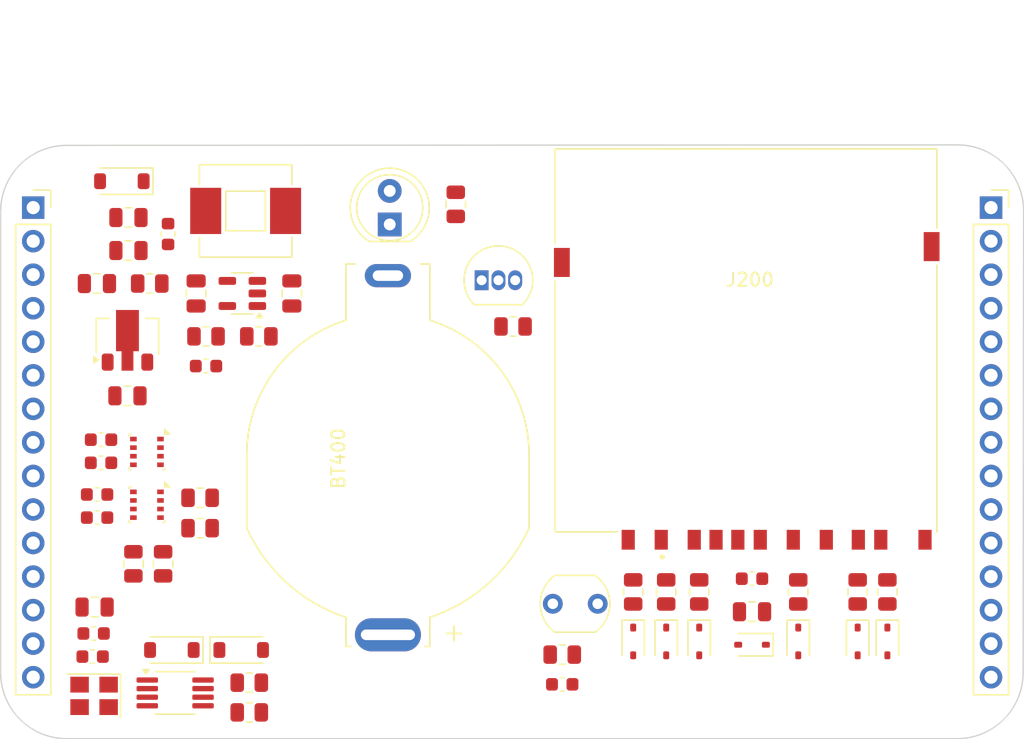
<source format=kicad_pcb>
(kicad_pcb (version 20240108) (generator "pcbnew") (generator_version "8.0")
  (layers (0 "F.Cu" signal) (31 "B.Cu" signal) (34 "B.Paste" user) (35 "F.Paste" user) (36 "B.SilkS" user "B.Silkscreen") (37 "F.SilkS" user "F.Silkscreen") (38 "B.Mask" user) (39 "F.Mask" user) (44 "Edge.Cuts" user))
  (net 0 "")
  (net 1 "GND")
  (net 2 "/[4]RTC/OSCI")
  (net 3 "+3.3V")
  (net 4 "VIN")
  (net 5 "+5V")
  (net 6 "/[1]Power/BUCK_FB")
  (net 7 "LDR")
  (net 8 "/[4]RTC/PCF_VDD")
  (net 9 "/[4]RTC/VBAT")
  (net 10 "/[1]Power/+5V_FILT")
  (net 11 "+3.3VA")
  (net 12 "SD_CARD_DAT0{slash}MISO")
  (net 13 "SD_CARD_DAT1")
  (net 14 "/[1]Power/LED_PWR_K")
  (net 15 "I2C_SDA")
  (net 16 "I2C_SCL")
  (net 17 "PCF8563_INT")
  (net 18 "/[4]RTC/OSCO")
  (net 19 "/[1]Power/BUCK_SW")
  (net 20 "SD_CARD_DAT2")
  (net 21 "SD_CARD_CS{slash}DAT3")
  (net 22 "SD_CARD_CMD{slash}MOSI")
  (net 23 "SD_CARD_CLK{slash}SCK")
  (net 24 "DS18B20")
  (net 25 "BME280_SCB")
  (net 26 "BME280_SDI")
  (net 27 "BME280_SDO")
  (net 28 "BME280_SCK")
  (net 29 "SD_CARD_CD")
  (net 30 "SD_CARD_WP")
  (net 31 "Net-(U300-SDO)")
  (footprint "Diode_SMD:D_SOD-323" (layer "F.Cu") (at 132.935534 82.601966 -90)
    (property "Reference" "D201" (hide yes))
    (property "Value" "PESD3V3L1BA,115" (hide yes))
    (pad "1" smd roundrect (at -1.05 0 270) (size 0.6 0.45) (layers "F.Cu" "F.Paste" "F.Mask") (net 23 "SD_CARD_CLK{slash}SCK"))
    (pad "2" smd roundrect (at 1.05 0 270) (size 0.6 0.45) (layers "F.Cu" "F.Paste" "F.Mask") (net 1 "GND"))
  )
  (footprint "Diode_SMD:D_SOD-123" (layer "F.Cu") (at 81.7125 47.75 180)
    (property "Reference" "D100" (hide yes))
    (property "Value" "1N4148" (hide yes))
    (pad "1" smd roundrect (at -1.65 0 180) (size 0.9 1.2) (layers "F.Cu" "F.Paste" "F.Mask") (net 4 "VIN"))
    (pad "2" smd roundrect (at 1.65 0 180) (size 0.9 1.2) (layers "F.Cu" "F.Paste" "F.Mask") (net 1 "GND"))
  )
  (footprint "Resistor_SMD:R_0805_2012Metric" (layer "F.Cu") (at 111.3375 58.75 180)
    (property "Reference" "R301" (hide yes))
    (property "Value" "4k7R" (hide yes))
    (pad "1" smd roundrect (at -0.9125 0 180) (size 1.025 1.4) (layers "F.Cu" "F.Paste" "F.Mask") (roundrect_rratio 0.243902) (net 11 "+3.3VA"))
    (pad "2" smd roundrect (at 0.9125 0 180) (size 1.025 1.4) (layers "F.Cu" "F.Paste" "F.Mask") (roundrect_rratio 0.243902) (net 24 "DS18B20"))
  )
  (footprint "Package_LGA:Bosch_LGA-8_2.5x2.5mm_P0.65mm_ClockwisePinNumbering" (layer "F.Cu") (at 83.6125 72.25 -90)
    (property "Reference" "U300" (hide yes))
    (property "Value" "BME280" (hide yes))
    (pad "1" smd rect (at -0.975 -1.025) (size 0.5 0.35) (layers "F.Cu" "F.Paste" "F.Mask") (net 1 "GND"))
    (pad "2" smd rect (at -0.325 -1.025) (size 0.5 0.35) (layers "F.Cu" "F.Paste" "F.Mask") (net 3 "+3.3V"))
    (pad "3" smd rect (at 0.325 -1.025) (size 0.5 0.35) (layers "F.Cu" "F.Paste" "F.Mask") (net 15 "I2C_SDA"))
    (pad "4" smd rect (at 0.975 -1.025) (size 0.5 0.35) (layers "F.Cu" "F.Paste" "F.Mask") (net 16 "I2C_SCL"))
    (pad "5" smd rect (at 0.975 1.025) (size 0.5 0.35) (layers "F.Cu" "F.Paste" "F.Mask") (net 31 "Net-(U300-SDO)"))
    (pad "6" smd rect (at 0.325 1.025) (size 0.5 0.35) (layers "F.Cu" "F.Paste" "F.Mask") (net 3 "+3.3V"))
    (pad "7" smd rect (at -0.325 1.025) (size 0.5 0.35) (layers "F.Cu" "F.Paste" "F.Mask") (net 1 "GND"))
    (pad "8" smd rect (at -0.975 1.025) (size 0.5 0.35) (layers "F.Cu" "F.Paste" "F.Mask") (net 11 "+3.3VA"))
  )
  (footprint "Diode_SMD:D_SOD-323" (layer "F.Cu") (at 129.435534 82.851966 180)
    (property "Reference" "D200" (hide yes))
    (property "Value" "PESD3V3L1BA,115" (hide yes))
    (pad "1" smd roundrect (at -1.05 0 180) (size 0.6 0.45) (layers "F.Cu" "F.Paste" "F.Mask") (net 3 "+3.3V"))
    (pad "2" smd roundrect (at 1.05 0 180) (size 0.6 0.45) (layers "F.Cu" "F.Paste" "F.Mask") (net 1 "GND"))
  )
  (footprint "Resistor_SMD:R_0805_2012Metric" (layer "F.Cu") (at 132.935534 78.851966 90)
    (property "Reference" "R200" (hide yes))
    (property "Value" "10kR" (hide yes))
    (pad "1" smd roundrect (at -0.9125 0 90) (size 1.025 1.4) (layers "F.Cu" "F.Paste" "F.Mask") (roundrect_rratio 0.243902) (net 3 "+3.3V"))
    (pad "2" smd roundrect (at 0.9125 0 90) (size 1.025 1.4) (layers "F.Cu" "F.Paste" "F.Mask") (roundrect_rratio 0.243902) (net 23 "SD_CARD_CLK{slash}SCK"))
  )
  (footprint "Resistor_SMD:R_0805_2012Metric" (layer "F.Cu") (at 139.685534 78.851966 90)
    (property "Reference" "R203" (hide yes))
    (property "Value" "10kR" (hide yes))
    (pad "1" smd roundrect (at -0.9125 0 90) (size 1.025 1.4) (layers "F.Cu" "F.Paste" "F.Mask") (roundrect_rratio 0.243902) (net 3 "+3.3V"))
    (pad "2" smd roundrect (at 0.9125 0 90) (size 1.025 1.4) (layers "F.Cu" "F.Paste" "F.Mask") (roundrect_rratio 0.243902) (net 13 "SD_CARD_DAT1"))
  )
  (footprint "Capacitor_SMD:C_0603_1608Metric" (layer "F.Cu") (at 80.1375 67.325 180)
    (property "Reference" "C304" (hide yes))
    (property "Value" "100nF" (hide yes))
    (pad "1" smd roundrect (at -0.775 0 180) (size 0.9 0.95) (layers "F.Cu" "F.Paste" "F.Mask") (net 11 "+3.3VA"))
    (pad "2" smd roundrect (at 0.775 0 180) (size 0.9 0.95) (layers "F.Cu" "F.Paste" "F.Mask") (net 1 "GND"))
  )
  (footprint "Resistor_SMD:R_0805_2012Metric" (layer "F.Cu") (at 87.6375 74.025 180)
    (property "Reference" "R303" (hide yes))
    (property "Value" "4k7R" (hide yes))
    (pad "1" smd roundrect (at -0.9125 0 180) (size 1.025 1.4) (layers "F.Cu" "F.Paste" "F.Mask") (roundrect_rratio 0.243902) (net 3 "+3.3V"))
    (pad "2" smd roundrect (at 0.9125 0 180) (size 1.025 1.4) (layers "F.Cu" "F.Paste" "F.Mask") (roundrect_rratio 0.243902) (net 16 "I2C_SCL"))
  )
  (footprint "Resistor_SMD:R_0805_2012Metric" (layer "F.Cu") (at 87.6375 71.725 180)
    (property "Reference" "R302" (hide yes))
    (property "Value" "4k7R" (hide yes))
    (pad "1" smd roundrect (at -0.9125 0 180) (size 1.025 1.4) (layers "F.Cu" "F.Paste" "F.Mask") (roundrect_rratio 0.243902) (net 3 "+3.3V"))
    (pad "2" smd roundrect (at 0.9125 0 180) (size 1.025 1.4) (layers "F.Cu" "F.Paste" "F.Mask") (roundrect_rratio 0.243902) (net 15 "I2C_SDA"))
  )
  (footprint "Capacitor_SMD:C_0805_2012Metric" (layer "F.Cu") (at 129.435534 80.351966 180)
    (property "Reference" "C200" (hide yes))
    (property "Value" "10uF" (hide yes))
    (pad "1" smd roundrect (at -0.95 0 180) (size 1 1.45) (layers "F.Cu" "F.Paste" "F.Mask") (net 3 "+3.3V"))
    (pad "2" smd roundrect (at 0.95 0 180) (size 1 1.45) (layers "F.Cu" "F.Paste" "F.Mask") (net 1 "GND"))
  )
  (footprint "Capacitor_SMD:C_0805_2012Metric" (layer "F.Cu") (at 79.65 80 180)
    (property "Reference" "C400" (hide yes))
    (property "Value" "10uF" (hide yes))
    (pad "1" smd roundrect (at -0.95 0 180) (size 1 1.45) (layers "F.Cu" "F.Paste" "F.Mask") (net 3 "+3.3V"))
    (pad "2" smd roundrect (at 0.95 0 180) (size 1 1.45) (layers "F.Cu" "F.Paste" "F.Mask") (net 1 "GND"))
  )
  (footprint "Capacitor_SMD:C_0603_1608Metric" (layer "F.Cu") (at 79.5 83.75 180)
    (property "Reference" "C402" (hide yes))
    (property "Value" "15pF" (hide yes))
    (pad "1" smd roundrect (at -0.775 0 180) (size 0.9 0.95) (layers "F.Cu" "F.Paste" "F.Mask") (net 2 "/[4]RTC/OSCI"))
    (pad "2" smd roundrect (at 0.775 0 180) (size 0.9 0.95) (layers "F.Cu" "F.Paste" "F.Mask") (net 1 "GND"))
  )
  (footprint "Diode_SMD:D_SOD-323" (layer "F.Cu") (at 120.435534 82.601966 -90)
    (property "Reference" "D205" (hide yes))
    (property "Value" "PESD3V3L1BA,115" (hide yes))
    (pad "1" smd roundrect (at -1.05 0 270) (size 0.6 0.45) (layers "F.Cu" "F.Paste" "F.Mask") (net 20 "SD_CARD_DAT2"))
    (pad "2" smd roundrect (at 1.05 0 270) (size 0.6 0.45) (layers "F.Cu" "F.Paste" "F.Mask") (net 1 "GND"))
  )
  (footprint "Connector_PinSocket_2.54mm:PinSocket_1x15_P2.54mm_Vertical" (layer "F.Cu") (at 147.535534 49.75)
    (property "Reference" "J2" (hide yes))
    (property "Value" "Conn_01x15" (hide yes))
    (pad "1" thru_hole rect (at 0 0) (size 1.7 1.7) (drill 1) (layers "*.Cu" "*.Mask") (net 1 "GND"))
    (pad "2" thru_hole oval (at 0 2.54) (size 1.7 1.7) (drill 1) (layers "*.Cu" "*.Mask") (net 4 "VIN"))
    (pad "3" thru_hole oval (at 0 5.08) (size 1.7 1.7) (drill 1) (layers "*.Cu" "*.Mask") (net 3 "+3.3V"))
    (pad "4" thru_hole oval (at 0 7.62) (size 1.7 1.7) (drill 1) (layers "*.Cu" "*.Mask") (net 11 "+3.3VA"))
    (pad "5" thru_hole oval (at 0 10.16) (size 1.7 1.7) (drill 1) (layers "*.Cu" "*.Mask") (net 23 "SD_CARD_CLK{slash}SCK"))
    (pad "6" thru_hole oval (at 0 12.7) (size 1.7 1.7) (drill 1) (layers "*.Cu" "*.Mask") (net 22 "SD_CARD_CMD{slash}MOSI"))
    (pad "7" thru_hole oval (at 0 15.24) (size 1.7 1.7) (drill 1) (layers "*.Cu" "*.Mask") (net 1 "GND"))
    (pad "8" thru_hole oval (at 0 17.78) (size 1.7 1.7) (drill 1) (layers "*.Cu" "*.Mask") (net 12 "SD_CARD_DAT0{slash}MISO"))
    (pad "9" thru_hole oval (at 0 20.32) (size 1.7 1.7) (drill 1) (layers "*.Cu" "*.Mask") (net 13 "SD_CARD_DAT1"))
    (pad "10" thru_hole oval (at 0 22.86) (size 1.7 1.7) (drill 1) (layers "*.Cu" "*.Mask") (net 20 "SD_CARD_DAT2"))
    (pad "11" thru_hole oval (at 0 25.4) (size 1.7 1.7) (drill 1) (layers "*.Cu" "*.Mask") (net 21 "SD_CARD_CS{slash}DAT3"))
    (pad "12" thru_hole oval (at 0 27.94) (size 1.7 1.7) (drill 1) (layers "*.Cu" "*.Mask") (net 1 "GND"))
    (pad "13" thru_hole oval (at 0 30.48) (size 1.7 1.7) (drill 1) (layers "*.Cu" "*.Mask") (net 30 "SD_CARD_WP"))
    (pad "14" thru_hole oval (at 0 33.02) (size 1.7 1.7) (drill 1) (layers "*.Cu" "*.Mask") (net 29 "SD_CARD_CD"))
    (pad "15" thru_hole oval (at 0 35.56) (size 1.7 1.7) (drill 1) (layers "*.Cu" "*.Mask") (net 1 "GND"))
  )
  (footprint "OptoDevice:R_LDR_5.1x4.3mm_P3.4mm_Vertical" (layer "F.Cu") (at 114.35 79.75)
    (property "Reference" "RLO300" (hide yes))
    (property "Value" "LDR" (hide yes))
    (pad "1" thru_hole circle (at 0 0) (size 1.5 1.5) (drill 0.8) (layers "*.Cu" "*.Mask") (net 7 "LDR"))
    (pad "2" thru_hole circle (at 3.4 0) (size 1.5 1.5) (drill 0.8) (layers "*.Cu" "*.Mask") (net 11 "+3.3VA"))
  )
  (footprint "Diode_SMD:D_SOD-123" (layer "F.Cu") (at 85.5 83.25 180)
    (property "Reference" "D401" (hide yes))
    (property "Value" "1N4148" (hide yes))
    (pad "1" smd roundrect (at -1.65 0 180) (size 0.9 1.2) (layers "F.Cu" "F.Paste" "F.Mask") (net 8 "/[4]RTC/PCF_VDD"))
    (pad "2" smd roundrect (at 1.65 0 180) (size 0.9 1.2) (layers "F.Cu" "F.Paste" "F.Mask") (net 3 "+3.3V"))
  )
  (footprint "Capacitor_SMD:C_0603_1608Metric" (layer "F.Cu") (at 129.435534 77.851966 180)
    (property "Reference" "C201" (hide yes))
    (property "Value" "100nF" (hide yes))
    (pad "1" smd roundrect (at -0.775 0 180) (size 0.9 0.95) (layers "F.Cu" "F.Paste" "F.Mask") (net 3 "+3.3V"))
    (pad "2" smd roundrect (at 0.775 0 180) (size 0.9 0.95) (layers "F.Cu" "F.Paste" "F.Mask") (net 1 "GND"))
  )
  (footprint "Capacitor_SMD:C_0805_2012Metric" (layer "F.Cu") (at 82.2125 50.5 180)
    (property "Reference" "C100" (hide yes))
    (property "Value" "1uF" (hide yes))
    (pad "1" smd roundrect (at -0.95 0 180) (size 1 1.45) (layers "F.Cu" "F.Paste" "F.Mask") (net 4 "VIN"))
    (pad "2" smd roundrect (at 0.95 0 180) (size 1 1.45) (layers "F.Cu" "F.Paste" "F.Mask") (net 1 "GND"))
  )
  (footprint "data_logging_module:AMPHENOL_10067847-001RLF" (layer "F.Cu") (at 129.435534 50.601966 180)
    (property "Reference" "J200" (at 0.15 -4.6125 360) (layer "F.SilkS"))
    (property "Value" "10067847-001RLF")
    (pad "" np_thru_hole circle (at -12.1 0 180) (size 1.5 1.5) (drill 1.5) (layers "*.Cu" "*.Mask"))
    (pad "" np_thru_hole circle (at 12.1 0 180) (size 1.5 1.5) (drill 1.5) (layers "*.Cu" "*.Mask"))
    (pad "1" smd rect (at 6.875 -24.3 180) (size 1 1.5) (layers "F.Cu" "F.Paste" "F.Mask") (net 21 "SD_CARD_CS{slash}DAT3"))
    (pad "2" smd rect (at 4.375 -24.3 180) (size 1 1.5) (layers "F.Cu" "F.Paste" "F.Mask") (net 22 "SD_CARD_CMD{slash}MOSI"))
    (pad "3" smd rect (at 1.075 -24.3 180) (size 1 1.5) (layers "F.Cu" "F.Paste" "F.Mask") (net 1 "GND"))
    (pad "4" smd rect (at -0.625 -24.3 180) (size 1 1.5) (layers "F.Cu" "F.Paste" "F.Mask") (net 3 "+3.3V"))
    (pad "5" smd rect (at -3.125 -24.3 180) (size 1 1.5) (layers "F.Cu" "F.Paste" "F.Mask") (net 23 "SD_CARD_CLK{slash}SCK"))
    (pad "6" smd rect (at -5.625 -24.3 180) (size 1 1.5) (layers "F.Cu" "F.Paste" "F.Mask") (net 1 "GND"))
    (pad "7" smd rect (at -8.05 -24.3 180) (size 1 1.5) (layers "F.Cu" "F.Paste" "F.Mask") (net 12 "SD_CARD_DAT0{slash}MISO"))
    (pad "8" smd rect (at -9.75 -24.3 180) (size 1 1.5) (layers "F.Cu" "F.Paste" "F.Mask") (net 13 "SD_CARD_DAT1"))
    (pad "9" smd rect (at 9.375 -24.3 180) (size 1 1.5) (layers "F.Cu" "F.Paste" "F.Mask") (net 20 "SD_CARD_DAT2"))
    (pad "CD" smd rect (at 2.725 -24.3 180) (size 1 1.5) (layers "F.Cu" "F.Paste" "F.Mask") (net 29 "SD_CARD_CD"))
    (pad "G1" smd rect (at -13.6 -2.1 180) (size 1.2 2.2) (layers "F.Cu" "F.Paste" "F.Mask") (net 1 "GND"))
    (pad "G2" smd rect (at 14.4 -3.3 180) (size 1.2 2.2) (layers "F.Cu" "F.Paste" "F.Mask") (net 1 "GND"))
    (pad "WP" smd rect (at -13.1 -24.3 180) (size 1 1.5) (layers "F.Cu" "F.Paste" "F.Mask") (net 30 "SD_CARD_WP"))
  )
  (footprint "Resistor_SMD:R_0805_2012Metric" (layer "F.Cu") (at 92.0875 59.5 180)
    (property "Reference" "R105" (hide yes))
    (property "Value" "22kR" (hide yes))
    (pad "1" smd roundrect (at -0.9125 0 180) (size 1.025 1.4) (layers "F.Cu" "F.Paste" "F.Mask") (roundrect_rratio 0.243902) (net 1 "GND"))
    (pad "2" smd roundrect (at 0.9125 0 180) (size 1.025 1.4) (layers "F.Cu" "F.Paste" "F.Mask") (roundrect_rratio 0.243902) (net 6 "/[1]Power/BUCK_FB"))
  )
  (footprint "Resistor_SMD:R_0805_2012Metric" (layer "F.Cu") (at 120.435534 78.851966 90)
    (property "Reference" "R204" (hide yes))
    (property "Value" "10kR" (hide yes))
    (pad "1" smd roundrect (at -0.9125 0 90) (size 1.025 1.4) (layers "F.Cu" "F.Paste" "F.Mask") (roundrect_rratio 0.243902) (net 3 "+3.3V"))
    (pad "2" smd roundrect (at 0.9125 0 90) (size 1.025 1.4) (layers "F.Cu" "F.Paste" "F.Mask") (roundrect_rratio 0.243902) (net 20 "SD_CARD_DAT2"))
  )
  (footprint "Diode_SMD:D_SOD-323" (layer "F.Cu") (at 125.435534 82.601966 -90)
    (property "Reference" "D202" (hide yes))
    (property "Value" "PESD3V3L1BA,115" (hide yes))
    (pad "1" smd roundrect (at -1.05 0 270) (size 0.6 0.45) (layers "F.Cu" "F.Paste" "F.Mask") (net 22 "SD_CARD_CMD{slash}MOSI"))
    (pad "2" smd roundrect (at 1.05 0 270) (size 0.6 0.45) (layers "F.Cu" "F.Paste" "F.Mask") (net 1 "GND"))
  )
  (footprint "Capacitor_SMD:C_0805_2012Metric" (layer "F.Cu") (at 82.2125 53 180)
    (property "Reference" "C101" (hide yes))
    (property "Value" "1uF" (hide yes))
    (pad "1" smd roundrect (at -0.95 0 180) (size 1 1.45) (layers "F.Cu" "F.Paste" "F.Mask") (net 5 "+5V"))
    (pad "2" smd roundrect (at 0.95 0 180) (size 1 1.45) (layers "F.Cu" "F.Paste" "F.Mask") (net 1 "GND"))
  )
  (footprint "Capacitor_SMD:C_0603_1608Metric" (layer "F.Cu") (at 79.575 82 180)
    (property "Reference" "C401" (hide yes))
    (property "Value" "100nF" (hide yes))
    (pad "1" smd roundrect (at -0.775 0 180) (size 0.9 0.95) (layers "F.Cu" "F.Paste" "F.Mask") (net 3 "+3.3V"))
    (pad "2" smd roundrect (at 0.775 0 180) (size 0.9 0.95) (layers "F.Cu" "F.Paste" "F.Mask") (net 1 "GND"))
  )
  (footprint "Resistor_SMD:R_0805_2012Metric" (layer "F.Cu") (at 107 49.5 -90)
    (property "Reference" "R106" (hide yes))
    (property "Value" "500R" (hide yes))
    (pad "1" smd roundrect (at -0.9125 0 270) (size 1.025 1.4) (layers "F.Cu" "F.Paste" "F.Mask") (roundrect_rratio 0.243902) (net 1 "GND"))
    (pad "2" smd roundrect (at 0.9125 0 270) (size 1.025 1.4) (layers "F.Cu" "F.Paste" "F.Mask") (roundrect_rratio 0.243902) (net 14 "/[1]Power/LED_PWR_K"))
  )
  (footprint "Diode_SMD:D_SOD-323" (layer "F.Cu") (at 137.435534 82.601966 -90)
    (property "Reference" "D203" (hide yes))
    (property "Value" "PESD3V3L1BA,115" (hide yes))
    (pad "1" smd roundrect (at -1.05 0 270) (size 0.6 0.45) (layers "F.Cu" "F.Paste" "F.Mask") (net 12 "SD_CARD_DAT0{slash}MISO"))
    (pad "2" smd roundrect (at 1.05 0 270) (size 0.6 0.45) (layers "F.Cu" "F.Paste" "F.Mask") (net 1 "GND"))
  )
  (footprint "Diode_SMD:D_SOD-323" (layer "F.Cu") (at 122.935534 82.601966 -90)
    (property "Reference" "D206" (hide yes))
    (property "Value" "PESD3V3L1BA,115" (hide yes))
    (pad "1" smd roundrect (at -1.05 0 270) (size 0.6 0.45) (layers "F.Cu" "F.Paste" "F.Mask") (net 21 "SD_CARD_CS{slash}DAT3"))
    (pad "2" smd roundrect (at 1.05 0 270) (size 0.6 0.45) (layers "F.Cu" "F.Paste" "F.Mask") (net 1 "GND"))
  )
  (footprint "data_logging_module:MWSA0603S" (layer "F.Cu") (at 91.0875 50)
    (property "Reference" "L101" (hide yes))
    (property "Value" "15uH" (hide yes))
    (pad "1" smd rect (at -3.025 0) (size 2.35 3.5) (layers "F.Cu" "F.Paste" "F.Mask") (net 19 "/[1]Power/BUCK_SW"))
    (pad "2" smd rect (at 3.025 0) (size 2.35 3.5) (layers "F.Cu" "F.Paste" "F.Mask") (net 3 "+3.3V"))
  )
  (footprint "Inductor_SMD:L_0603_1608Metric" (layer "F.Cu") (at 85.2125 51.75 -90)
    (property "Reference" "L100" (hide yes))
    (property "Value" "10nH" (hide yes))
    (pad "1" smd roundrect (at -0.7875 0 270) (size 0.875 0.95) (layers "F.Cu" "F.Paste" "F.Mask") (net 4 "VIN"))
    (pad "2" smd roundrect (at 0.7875 0 270) (size 0.875 0.95) (layers "F.Cu" "F.Paste" "F.Mask") (net 5 "+5V"))
  )
  (footprint "Package_TO_SOT_SMD:SOT-23-5" (layer "F.Cu") (at 90.8375 56.25 180)
    (property "Reference" "U100" (hide yes))
    (property "Value" "TLV62569DBV" (hide yes))
    (pad "1" smd roundrect (at -1.1375 -0.95 180) (size 1.325 0.6) (layers "F.Cu" "F.Paste" "F.Mask") (net 5 "+5V"))
    (pad "2" smd roundrect (at -1.1375 0 180) (size 1.325 0.6) (layers "F.Cu" "F.Paste" "F.Mask") (net 1 "GND"))
    (pad "3" smd roundrect (at -1.1375 0.95 180) (size 1.325 0.6) (layers "F.Cu" "F.Paste" "F.Mask") (net 19 "/[1]Power/BUCK_SW"))
    (pad "4" smd roundrect (at 1.1375 0.95 180) (size 1.325 0.6) (layers "F.Cu" "F.Paste" "F.Mask") (net 5 "+5V"))
    (pad "5" smd roundrect (at 1.1375 -0.95 180) (size 1.325 0.6) (layers "F.Cu" "F.Paste" "F.Mask") (net 6 "/[1]Power/BUCK_FB"))
  )
  (footprint "Resistor_SMD:R_0805_2012Metric" (layer "F.Cu") (at 91.3625 87.975 180)
    (property "Reference" "R400" (hide yes))
    (property "Value" "5k1R" (hide yes))
    (pad "1" smd roundrect (at -0.9125 0 180) (size 1.025 1.4) (layers "F.Cu" "F.Paste" "F.Mask") (roundrect_rratio 0.243902) (net 3 "+3.3V"))
    (pad "2" smd roundrect (at 0.9125 0 180) (size 1.025 1.4) (layers "F.Cu" "F.Paste" "F.Mask") (roundrect_rratio 0.243902) (net 15 "I2C_SDA"))
  )
  (footprint "Resistor_SMD:R_0805_2012Metric" (layer "F.Cu") (at 122.935534 78.851966 90)
    (property "Reference" "R205" (hide yes))
    (property "Value" "10kR" (hide yes))
    (pad "1" smd roundrect (at -0.9125 0 90) (size 1.025 1.4) (layers "F.Cu" "F.Paste" "F.Mask") (roundrect_rratio 0.243902) (net 3 "+3.3V"))
    (pad "2" smd roundrect (at 0.9125 0 90) (size 1.025 1.4) (layers "F.Cu" "F.Paste" "F.Mask") (roundrect_rratio 0.243902) (net 21 "SD_CARD_CS{slash}DAT3"))
  )
  (footprint "Capacitor_SMD:C_0805_2012Metric" (layer "F.Cu") (at 79.825 55.5 180)
    (property "Reference" "C104" (hide yes))
    (property "Value" "22uF" (hide yes))
    (pad "1" smd roundrect (at -0.95 0 180) (size 1 1.45) (layers "F.Cu" "F.Paste" "F.Mask") (net 10 "/[1]Power/+5V_FILT"))
    (pad "2" smd roundrect (at 0.95 0 180) (size 1 1.45) (layers "F.Cu" "F.Paste" "F.Mask") (net 1 "GND"))
  )
  (footprint "Resistor_SMD:R_0805_2012Metric" (layer "F.Cu") (at 88.0875 59.5 180)
    (property "Reference" "R104" (hide yes))
    (property "Value" "100kR" (hide yes))
    (pad "1" smd roundrect (at -0.9125 0 180) (size 1.025 1.4) (layers "F.Cu" "F.Paste" "F.Mask") (roundrect_rratio 0.243902) (net 6 "/[1]Power/BUCK_FB"))
    (pad "2" smd roundrect (at 0.9125 0 180) (size 1.025 1.4) (layers "F.Cu" "F.Paste" "F.Mask") (roundrect_rratio 0.243902) (net 3 "+3.3V"))
  )
  (footprint "Resistor_SMD:R_0805_2012Metric" (layer "F.Cu") (at 84.8375 76.725 90)
    (property "Reference" "R304" (hide yes))
    (property "Value" "5k1R" (hide yes))
    (pad "1" smd roundrect (at -0.9125 0 90) (size 1.025 1.4) (layers "F.Cu" "F.Paste" "F.Mask") (roundrect_rratio 0.243902) (net 3 "+3.3V"))
    (pad "2" smd roundrect (at 0.9125 0 90) (size 1.025 1.4) (layers "F.Cu" "F.Paste" "F.Mask") (roundrect_rratio 0.243902) (net 31 "Net-(U300-SDO)"))
  )
  (footprint "Package_TO_SOT_THT:TO-92_Inline" (layer "F.Cu") (at 108.96 55.25)
    (property "Reference" "U5" (hide yes))
    (property "Value" "DS18B20" (hide yes))
    (pad "1" thru_hole rect (at 0 0) (size 1.05 1.5) (drill 0.75) (layers "*.Cu" "*.Mask") (net 1 "GND"))
    (pad "2" thru_hole oval (at 1.27 0) (size 1.05 1.5) (drill 0.75) (layers "*.Cu" "*.Mask") (net 24 "DS18B20"))
    (pad "3" thru_hole oval (at 2.54 0) (size 1.05 1.5) (drill 0.75) (layers "*.Cu" "*.Mask") (net 11 "+3.3VA"))
  )
  (footprint "Resistor_SMD:R_0805_2012Metric" (layer "F.Cu") (at 137.435534 78.851966 90)
    (property "Reference" "R202" (hide yes))
    (property "Value" "10kR" (hide yes))
    (pad "1" smd roundrect (at -0.9125 0 90) (size 1.025 1.4) (layers "F.Cu" "F.Paste" "F.Mask") (roundrect_rratio 0.243902) (net 3 "+3.3V"))
    (pad "2" smd roundrect (at 0.9125 0 90) (size 1.025 1.4) (layers "F.Cu" "F.Paste" "F.Mask") (roundrect_rratio 0.243902) (net 12 "SD_CARD_DAT0{slash}MISO"))
  )
  (footprint "Package_LGA:Bosch_LGA-8_2.5x2.5mm_P0.65mm_ClockwisePinNumbering" (layer "F.Cu") (at 83.6125 68.25 -90)
    (property "Reference" "U301" (hide yes))
    (property "Value" "BME280" (hide yes))
    (pad "1" smd rect (at -0.975 -1.025) (size 0.5 0.35) (layers "F.Cu" "F.Paste" "F.Mask") (net 1 "GND"))
    (pad "2" smd rect (at -0.325 -1.025) (size 0.5 0.35) (layers "F.Cu" "F.Paste" "F.Mask") (net 25 "BME280_SCB"))
    (pad "3" smd rect (at 0.325 -1.025) (size 0.5 0.35) (layers "F.Cu" "F.Paste" "F.Mask") (net 26 "BME280_SDI"))
    (pad "4" smd rect (at 0.975 -1.025) (size 0.5 0.35) (layers "F.Cu" "F.Paste" "F.Mask") (net 28 "BME280_SCK"))
    (pad "5" smd rect (at 0.975 1.025) (size 0.5 0.35) (layers "F.Cu" "F.Paste" "F.Mask") (net 27 "BME280_SDO"))
    (pad "6" smd rect (at 0.325 1.025) (size 0.5 0.35) (layers "F.Cu" "F.Paste" "F.Mask") (net 3 "+3.3V"))
    (pad "7" smd rect (at -0.325 1.025) (size 0.5 0.35) (layers "F.Cu" "F.Paste" "F.Mask") (net 1 "GND"))
    (pad "8" smd rect (at -0.975 1.025) (size 0.5 0.35) (layers "F.Cu" "F.Paste" "F.Mask") (net 11 "+3.3VA"))
  )
  (footprint "Resistor_SMD:R_0805_2012Metric" (layer "F.Cu") (at 115.0625 83.6)
    (property "Reference" "R300" (hide yes))
    (property "Value" "10kR" (hide yes))
    (pad "1" smd roundrect (at -0.9125 0) (size 1.025 1.4) (layers "F.Cu" "F.Paste" "F.Mask") (roundrect_rratio 0.243902) (net 7 "LDR"))
    (pad "2" smd roundrect (at 0.9125 0) (size 1.025 1.4) (layers "F.Cu" "F.Paste" "F.Mask") (roundrect_rratio 0.243902) (net 1 "GND"))
  )
  (footprint "Capacitor_SMD:C_0603_1608Metric" (layer "F.Cu") (at 115.0625 85.85)
    (property "Reference" "C300" (hide yes))
    (property "Value" "100nF" (hide yes))
    (pad "1" smd roundrect (at -0.775 0) (size 0.9 0.95) (layers "F.Cu" "F.Paste" "F.Mask") (net 7 "LDR"))
    (pad "2" smd roundrect (at 0.775 0) (size 0.9 0.95) (layers "F.Cu" "F.Paste" "F.Mask") (net 1 "GND"))
  )
  (footprint "Package_SO:MSOP-8_3x3mm_P0.65mm" (layer "F.Cu") (at 85.75 86.5)
    (property "Reference" "U400" (hide yes))
    (property "Value" "PCF8563TS" (hide yes))
    (pad "1" smd roundrect (at -2.1125 -0.975) (size 1.625 0.4) (layers "F.Cu" "F.Paste" "F.Mask") (net 2 "/[4]RTC/OSCI"))
    (pad "2" smd roundrect (at -2.1125 -0.325) (size 1.625 0.4) (layers "F.Cu" "F.Paste" "F.Mask") (net 18 "/[4]RTC/OSCO"))
    (pad "3" smd roundrect (at -2.1125 0.325) (size 1.625 0.4) (layers "F.Cu" "F.Paste" "F.Mask") (net 17 "PCF8563_INT"))
    (pad "4" smd roundrect (at -2.1125 0.975) (size 1.625 0.4) (layers "F.Cu" "F.Paste" "F.Mask") (net 1 "GND"))
    (pad "5" smd roundrect (at 2.1125 0.975) (size 1.625 0.4) (layers "F.Cu" "F.Paste" "F.Mask") (net 15 "I2C_SDA"))
    (pad "6" smd roundrect (at 2.1125 0.325) (size 1.625 0.4) (layers "F.Cu" "F.Paste" "F.Mask") (net 16 "I2C_SCL"))
    (pad "7" smd roundrect (at 2.1125 -0.325) (size 1.625 0.4) (layers "F.Cu" "F.Paste" "F.Mask"))
    (pad "8" smd roundrect (at 2.1125 -0.975) (size 1.625 0.4) (layers "F.Cu" "F.Paste" "F.Mask") (net 8 "/[4]RTC/PCF_VDD"))
  )
  (footprint "Capacitor_SMD:C_0805_2012Metric" (layer "F.Cu") (at 94.5875 56.25 -90)
    (property "Reference" "C103" (hide yes))
    (property "Value" "22uF" (hide yes))
    (pad "1" smd roundrect (at -0.95 0 270) (size 1 1.45) (layers "F.Cu" "F.Paste" "F.Mask") (net 3 "+3.3V"))
    (pad "2" smd roundrect (at 0.95 0 270) (size 1 1.45) (layers "F.Cu" "F.Paste" "F.Mask") (net 1 "GND"))
  )
  (footprint "Capacitor_SMD:C_0805_2012Metric" (layer "F.Cu") (at 87.3375 56.25 -90)
    (property "Reference" "C102" (hide yes))
    (property "Value" "22uF" (hide yes))
    (pad "1" smd roundrect (at -0.95 0 270) (size 1 1.45) (layers "F.Cu" "F.Paste" "F.Mask") (net 5 "+5V"))
    (pad "2" smd roundrect (at 0.95 0 270) (size 1 1.45) (layers "F.Cu" "F.Paste" "F.Mask") (net 1 "GND"))
  )
  (footprint "Package_TO_SOT_SMD:SOT-89-3" (layer "F.Cu") (at 82.1375 59.5 90)
    (property "Reference" "U101" (hide yes))
    (property "Value" "HT7533-1" (hide yes))
    (pad "1" smd roundrect (at -1.95 -1.5 90) (size 1.3 0.9) (layers "F.Cu" "F.Paste" "F.Mask") (net 1 "GND"))
    (pad "2" smd custom (at -1.8625 0 90) (size 1.475 0.9) (layers "F.Cu" "F.Paste" "F.Mask") (net 10 "/[1]Power/+5V_FILT") (options (clearance outline) (anchor rect)) (primitives (gr_poly (pts (xy 3.8625 0.8665) (xy 0.7375 0.8665) (xy 0.7375 -0.8665) (xy 3.8625 -0.8665)) (width 0) (fill yes))))
    (pad "3" smd roundrect (at -1.95 1.5 90) (size 1.3 0.9) (layers "F.Cu" "F.Paste" "F.Mask") (net 11 "+3.3VA"))
  )
  (footprint "LED_THT:LED_D5.0mm" (layer "F.Cu") (at 102 51.025 90)
    (property "Reference" "D101" (hide yes))
    (property "Value" "LED" (hide yes))
    (pad "1" thru_hole rect (at 0 0 90) (size 1.8 1.8) (drill 0.9) (layers "*.Cu" "*.Mask") (net 14 "/[1]Power/LED_PWR_K"))
    (pad "2" thru_hole circle (at 2.54 0 90) (size 1.8 1.8) (drill 0.9) (layers "*.Cu" "*.Mask") (net 3 "+3.3V"))
  )
  (footprint "Diode_SMD:D_SOD-123" (layer "F.Cu") (at 90.75 83.25)
    (property "Reference" "D400" (hide yes))
    (property "Value" "1N4148" (hide yes))
    (pad "1" smd roundrect (at -1.65 0) (size 0.9 1.2) (layers "F.Cu" "F.Paste" "F.Mask") (net 8 "/[4]RTC/PCF_VDD"))
    (pad "2" smd roundrect (at 1.65 0) (size 0.9 1.2) (layers "F.Cu" "F.Paste" "F.Mask") (net 9 "/[4]RTC/VBAT"))
  )
  (footprint "Capacitor_SMD:C_0603_1608Metric" (layer "F.Cu") (at 79.8375 71.475 180)
    (property "Reference" "C302" (hide yes))
    (property "Value" "100nF" (hide yes))
    (pad "1" smd roundrect (at -0.775 0 180) (size 0.9 0.95) (layers "F.Cu" "F.Paste" "F.Mask") (net 11 "+3.3VA"))
    (pad "2" smd roundrect (at 0.775 0 180) (size 0.9 0.95) (layers "F.Cu" "F.Paste" "F.Mask") (net 1 "GND"))
  )
  (footprint "Connector_PinSocket_2.54mm:PinSocket_1x15_P2.54mm_Vertical" (layer "F.Cu") (at 75 49.75)
    (property "Reference" "J1" (hide yes))
    (property "Value" "Conn_01x15" (hide yes))
    (pad "1" thru_hole rect (at 0 0) (size 1.7 1.7) (drill 1) (layers "*.Cu" "*.Mask") (net 1 "GND"))
    (pad "2" thru_hole oval (at 0 2.54) (size 1.7 1.7) (drill 1) (layers "*.Cu" "*.Mask") (net 4 "VIN"))
    (pad "3" thru_hole oval (at 0 5.08) (size 1.7 1.7) (drill 1) (layers "*.Cu" "*.Mask") (net 3 "+3.3V"))
    (pad "4" thru_hole oval (at 0 7.62) (size 1.7 1.7) (drill 1) (layers "*.Cu" "*.Mask") (net 11 "+3.3VA"))
    (pad "5" thru_hole oval (at 0 10.16) (size 1.7 1.7) (drill 1) (layers "*.Cu" "*.Mask") (net 28 "BME280_SCK"))
    (pad "6" thru_hole oval (at 0 12.7) (size 1.7 1.7) (drill 1) (layers "*.Cu" "*.Mask") (net 27 "BME280_SDO"))
    (pad "7" thru_hole oval (at 0 15.24) (size 1.7 1.7) (drill 1) (layers "*.Cu" "*.Mask") (net 26 "BME280_SDI"))
    (pad "8" thru_hole oval (at 0 17.78) (size 1.7 1.7) (drill 1) (layers "*.Cu" "*.Mask") (net 25 "BME280_SCB"))
    (pad "9" thru_hole oval (at 0 20.32) (size 1.7 1.7) (drill 1) (layers "*.Cu" "*.Mask") (net 1 "GND"))
    (pad "10" thru_hole oval (at 0 22.86) (size 1.7 1.7) (drill 1) (layers "*.Cu" "*.Mask") (net 16 "I2C_SCL"))
    (pad "11" thru_hole oval (at 0 25.4) (size 1.7 1.7) (drill 1) (layers "*.Cu" "*.Mask") (net 15 "I2C_SDA"))
    (pad "12" thru_hole oval (at 0 27.94) (size 1.7 1.7) (drill 1) (layers "*.Cu" "*.Mask") (net 1 "GND"))
    (pad "13" thru_hole oval (at 0 30.48) (size 1.7 1.7) (drill 1) (layers "*.Cu" "*.Mask") (net 7 "LDR"))
    (pad "14" thru_hole oval (at 0 33.02) (size 1.7 1.7) (drill 1) (layers "*.Cu" "*.Mask") (net 24 "DS18B20"))
    (pad "15" thru_hole oval (at 0 35.56) (size 1.7 1.7) (drill 1) (layers "*.Cu" "*.Mask") (net 17 "PCF8563_INT"))
  )
  (footprint "Capacitor_SMD:C_0603_1608Metric" (layer "F.Cu") (at 88.0875 61.75)
    (property "Reference" "C106" (hide yes))
    (property "Value" "DNP" (hide yes))
    (pad "1" smd roundrect (at -0.775 0) (size 0.9 0.95) (layers "F.Cu" "F.Paste" "F.Mask") (net 3 "+3.3V"))
    (pad "2" smd roundrect (at 0.775 0) (size 0.9 0.95) (layers "F.Cu" "F.Paste" "F.Mask") (net 6 "/[1]Power/BUCK_FB"))
  )
  (footprint "Capacitor_SMD:C_0603_1608Metric" (layer "F.Cu") (at 79.8375 73.225 180)
    (property "Reference" "C301" (hide yes))
    (property "Value" "100nF" (hide yes))
    (pad "1" smd roundrect (at -0.775 0 180) (size 0.9 0.95) (layers "F.Cu" "F.Paste" "F.Mask") (net 3 "+3.3V"))
    (pad "2" smd roundrect (at 0.775 0 180) (size 0.9 0.95) (layers "F.Cu" "F.Paste" "F.Mask") (net 1 "GND"))
  )
  (footprint "Resistor_SMD:R_0805_2012Metric" (layer "F.Cu") (at 82.5875 76.725 -90)
    (property "Reference" "R305" (hide yes))
    (property "Value" "5k1R" (hide yes))
    (pad "1" smd roundrect (at -0.9125 0 270) (size 1.025 1.4) (layers "F.Cu" "F.Paste" "F.Mask") (roundrect_rratio 0.243902) (net 31 "Net-(U300-SDO)"))
    (pad "2" smd roundrect (at 0.9125 0 270) (size 1.025 1.4) (layers "F.Cu" "F.Paste" "F.Mask") (roundrect_rratio 0.243902) (net 1 "GND"))
  )
  (footprint "Diode_SMD:D_SOD-323" (layer "F.Cu") (at 139.685534 82.601966 -90)
    (property "Reference" "D204" (hide yes))
    (property "Value" "PESD3V3L1BA,115" (hide yes))
    (pad "1" smd roundrect (at -1.05 0 270) (size 0.6 0.45) (layers "F.Cu" "F.Paste" "F.Mask") (net 13 "SD_CARD_DAT1"))
    (pad "2" smd roundrect (at 1.05 0 270) (size 0.6 0.45) (layers "F.Cu" "F.Paste" "F.Mask") (net 1 "GND"))
  )
  (footprint "Resistor_SMD:R_0805_2012Metric" (layer "F.Cu") (at 83.825 55.5)
    (property "Reference" "R107" (hide yes))
    (property "Value" "10R" (hide yes))
    (pad "1" smd roundrect (at -0.9125 0) (size 1.025 1.4) (layers "F.Cu" "F.Paste" "F.Mask") (roundrect_rratio 0.243902) (net 10 "/[1]Power/+5V_FILT"))
    (pad "2" smd roundrect (at 0.9125 0) (size 1.025 1.4) (layers "F.Cu" "F.Paste" "F.Mask") (roundrect_rratio 0.243902) (net 5 "+5V"))
  )
  (footprint "Crystal:Crystal_SMD_3225-4Pin_3.2x2.5mm" (layer "F.Cu") (at 79.6125 86.725 180)
    (property "Reference" "Y400" (hide yes))
    (property "Value" "32768Hz" (hide yes))
    (pad "1" smd rect (at -1.1 0.85 180) (size 1.4 1.2) (layers "F.Cu" "F.Paste" "F.Mask") (net 2 "/[4]RTC/OSCI"))
    (pad "2" smd rect (at 1.1 0.85 180) (size 1.4 1.2) (layers "F.Cu" "F.Paste" "F.Mask") (net 1 "GND"))
    (pad "3" smd rect (at 1.1 -0.85 180) (size 1.4 1.2) (layers "F.Cu" "F.Paste" "F.Mask") (net 18 "/[4]RTC/OSCO"))
    (pad "4" smd rect (at -1.1 -0.85 180) (size 1.4 1.2) (layers "F.Cu" "F.Paste" "F.Mask") (net 1 "GND"))
  )
  (footprint "data_logging_module:MPD_BC2032-E2" (layer "F.Cu") (at 101.8625 68.5 90)
    (property "Reference" "BT400" (at -0.25 -3.75 90) (layer "F.SilkS") (effects (font (size 1.000055 1.000055))))
    (property "Value" "BC2032-E2")
    (fp_text user "+" (at -13.5 4.8875 90) (layer "F.SilkS") (effects (font (size 1.401197 1.401197))))
    (pad "N" thru_hole oval (at 13.6 0 90) (size 1.75 3.5) (drill oval 0.8 2.3) (layers "*.Cu" "*.Mask") (net 1 "GND"))
    (pad "P" thru_hole oval (at -13.6 0 90) (size 2.5 5) (drill oval 0.8 4.1) (layers "*.Cu" "*.Mask") (net 9 "/[4]RTC/VBAT"))
  )
  (footprint "Capacitor_SMD:C_0603_1608Metric" (layer "F.Cu") (at 80.1375 69.075 180)
    (property "Reference" "C303" (hide yes))
    (property "Value" "100nF" (hide yes))
    (pad "1" smd roundrect (at -0.775 0 180) (size 0.9 0.95) (layers "F.Cu" "F.Paste" "F.Mask") (net 3 "+3.3V"))
    (pad "2" smd roundrect (at 0.775 0 180) (size 0.9 0.95) (layers "F.Cu" "F.Paste" "F.Mask") (net 1 "GND"))
  )
  (footprint "Capacitor_SMD:C_0805_2012Metric" (layer "F.Cu") (at 82.1375 64 180)
    (property "Reference" "C105" (hide yes))
    (property "Value" "22uF" (hide yes))
    (pad "1" smd roundrect (at -0.95 0 180) (size 1 1.45) (layers "F.Cu" "F.Paste" "F.Mask") (net 11 "+3.3VA"))
    (pad "2" smd roundrect (at 0.95 0 180) (size 1 1.45) (layers "F.Cu" "F.Paste" "F.Mask") (net 1 "GND"))
  )
  (footprint "Resistor_SMD:R_0805_2012Metric" (layer "F.Cu") (at 125.435534 78.851966 90)
    (property "Reference" "R201" (hide yes))
    (property "Value" "10kR" (hide yes))
    (pad "1" smd roundrect (at -0.9125 0 90) (size 1.025 1.4) (layers "F.Cu" "F.Paste" "F.Mask") (roundrect_rratio 0.243902) (net 3 "+3.3V"))
    (pad "2" smd roundrect (at 0.9125 0 90) (size 1.025 1.4) (layers "F.Cu" "F.Paste" "F.Mask") (roundrect_rratio 0.243902) (net 22 "SD_CARD_CMD{slash}MOSI"))
  )
  (footprint "Resistor_SMD:R_0805_2012Metric" (layer "F.Cu") (at 91.3625 85.725 180)
    (property "Reference" "R401" (hide yes))
    (property "Value" "5k1R" (hide yes))
    (pad "1" smd roundrect (at -0.9125 0 180) (size 1.025 1.4) (layers "F.Cu" "F.Paste" "F.Mask") (roundrect_rratio 0.243902) (net 3 "+3.3V"))
    (pad "2" smd roundrect (at 0.9125 0 180) (size 1.025 1.4) (layers "F.Cu" "F.Paste" "F.Mask") (roundrect_rratio 0.243902) (net 16 "I2C_SCL"))
  )
  (gr_arc (start 77.535534 89.964466) (mid 74 88.5) (end 72.535534 84.964466) (stroke (width 0.1)) (layer "Edge.Cuts"))
  (gr_arc (start 72.535534 50.035534) (mid 74 46.5) (end 77.535534 45.035534) (stroke (width 0.1)) (layer "Edge.Cuts"))
  (gr_line (start 72.535534 50.035534) (end 72.535534 84.964466) (stroke (width 0.1)) (layer "Edge.Cuts"))
  (gr_line (start 77.535534 45.035534) (end 145 45) (stroke (width 0.1)) (layer "Edge.Cuts"))
  (gr_arc (start 145 45) (mid 148.535534 46.464466) (end 150 50) (stroke (width 0.1)) (layer "Edge.Cuts"))
  (gr_line (start 150 50) (end 149.964466 84.964466) (stroke (width 0.1)) (layer "Edge.Cuts"))
  (gr_arc (start 149.964466 84.964466) (mid 148.5 88.5) (end 144.964466 89.964466) (stroke (width 0.1)) (layer "Edge.Cuts"))
  (gr_line (start 77.535534 89.964466) (end 144.964466 89.964466) (stroke (width 0.1)) (layer "Edge.Cuts"))
)
</source>
